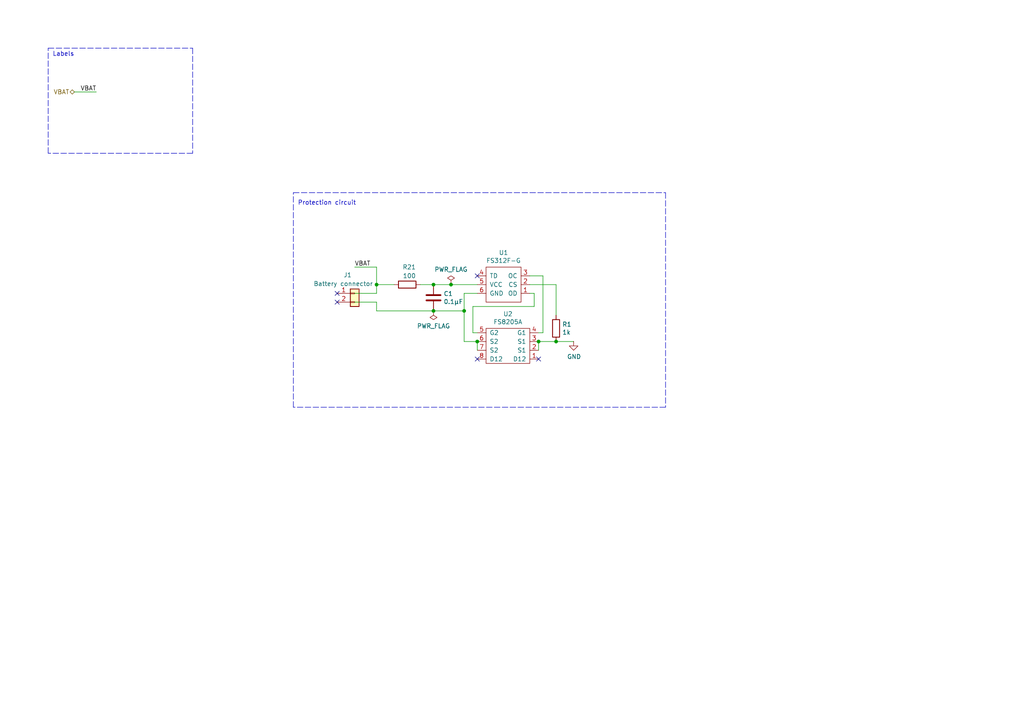
<source format=kicad_sch>
(kicad_sch (version 20250114) (generator "eeschema") (generator_version "9.0")
  (paper "A4")
  (title_block (title "SuperPower-uC") (date "2020-09-20") (rev "0.1") (comment 1 "Licence: CERN-OHL-W"))
  (lib_symbols
    (symbol "Connector_Generic:Conn_01x02" (pin_names (offset 1.016) (hide yes))
      (property "Reference" "J" (at 0 2.54 0))
      (property "Value" "Conn_01x02" (at 0 -5.08 0))
      (symbol "Conn_01x02_1_1"
        (rectangle (start -1.27 1.27) (end 1.27 -3.81) (stroke (width 0.254)) (fill (type background)))
        (rectangle (start -1.27 0.127) (end 0 -0.127) (stroke (width 0.1524)))
        (rectangle (start -1.27 -2.413) (end 0 -2.667) (stroke (width 0.1524)))
        (pin passive line (at -5.08 0 0) (length 3.81) (name "Pin_1") (number "1"))
        (pin passive line (at -5.08 -2.54 0) (length 3.81) (name "Pin_2") (number "2"))
      )
    )
    (symbol "Device:C" (pin_numbers (hide yes)) (pin_names (offset 0.254))
      (property "Reference" "C" (at 0.635 2.54 0))
      (property "Value" "C" (at 0.635 -2.54 0))
      (symbol "C_0_1"
        (polyline (pts (xy -2.032 0.762) (xy 2.032 0.762)) (stroke (width 0.508)))
        (polyline (pts (xy -2.032 -0.762) (xy 2.032 -0.762)) (stroke (width 0.508)))
      )
      (symbol "C_1_1"
        (pin passive line (at 0 3.81 270) (length 2.794) (name "~") (number "1"))
        (pin passive line (at 0 -3.81 90) (length 2.794) (name "~") (number "2"))
      )
    )
    (symbol "Device:R" (pin_numbers (hide yes)) (pin_names (offset 0))
      (property "Reference" "R" (at 2.032 0 90))
      (property "Value" "R" (at 0 0 90))
      (symbol "R_0_1"
        (rectangle (start -1.016 -2.54) (end 1.016 2.54) (stroke (width 0.254)))
      )
      (symbol "R_1_1"
        (pin passive line (at 0 3.81 270) (length 1.27) (name "~") (number "1"))
        (pin passive line (at 0 -3.81 90) (length 1.27) (name "~") (number "2"))
      )
    )
    (symbol "FS312F-G:FS312F-G" (pin_names (offset 1.016))
      (property "Reference" "U" (at 0 -6.35 0))
      (property "Value" "FS312F-G" (at 0 3.81 0))
      (symbol "FS312F-G_0_0"
        (pin output line (at -7.62 0 0) (length 2.54) (name "OD") (number "1"))
        (pin input line (at -7.62 -2.54 0) (length 2.54) (name "CS") (number "2"))
        (pin output line (at -7.62 -5.08 0) (length 2.54) (name "OC") (number "3"))
        (pin power_in line (at 7.62 0 180) (length 2.54) (name "GND") (number "6"))
        (pin power_in line (at 7.62 -2.54 180) (length 2.54) (name "VCC") (number "5"))
        (pin input line (at 7.62 -5.08 180) (length 2.54) (name "TD") (number "4"))
      )
      (symbol "FS312F-G_0_1"
        (rectangle (start -5.08 2.54) (end 5.08 -7.62))
      )
    )
    (symbol "FS8205A:FS8205A" (pin_names (offset 1.016))
      (property "Reference" "U" (at 0 -1.27 0))
      (property "Value" "FS8205A" (at 0 5.08 0))
      (symbol "FS8205A_0_0"
        (pin unspecified line (at -8.89 2.54 0) (length 2.54) (name "D12") (number "1"))
        (pin passive line (at -8.89 0 0) (length 2.54) (name "S1") (number "2"))
        (pin passive line (at -8.89 -2.54 0) (length 2.54) (name "S1") (number "3"))
        (pin input line (at -8.89 -5.08 0) (length 2.54) (name "G1") (number "4"))
        (pin unspecified line (at 8.89 2.54 180) (length 2.54) (name "D12") (number "8"))
        (pin passive line (at 8.89 0 180) (length 2.54) (name "S2") (number "7"))
        (pin passive line (at 8.89 -2.54 180) (length 2.54) (name "S2") (number "6"))
        (pin input line (at 8.89 -5.08 180) (length 2.54) (name "G2") (number "5"))
      )
      (symbol "FS8205A_0_1"
        (rectangle (start 6.35 3.81) (end -6.35 -6.35))
      )
    )
    (symbol "power:GND" (power) (pin_numbers (hide yes)) (pin_names (offset 0) (hide yes))
      (property "Value" "GND" (at 0 -3.81 0))
      (symbol "GND_0_1"
        (polyline (pts (xy 0 0) (xy 0 -1.27) (xy 1.27 -1.27) (xy 0 -2.54) (xy -1.27 -1.27) (xy 0 -1.27)))
      )
      (symbol "GND_1_1"
        (pin power_in line (at 0 0 270) (length 0) (name "~") (number "1"))
      )
    )
    (symbol "power:PWR_FLAG" (power) (pin_numbers (hide yes)) (pin_names (offset 0) (hide yes))
      (property "Value" "PWR_FLAG" (at 0 3.81 0))
      (symbol "PWR_FLAG_0_0"
        (pin power_out line (at 0 0 90) (length 0) (name "~") (number "1"))
      )
      (symbol "PWR_FLAG_0_1"
        (polyline (pts (xy 0 0) (xy 0 1.27) (xy -1.016 1.905) (xy 0 2.54) (xy 1.016 1.905) (xy 0 1.27)))
      )
    )
  )
  (text "Protection circuit" (at 86.36 59.69 0) (effects (font (size 1.27 1.27)) (justify left bottom)))
  (text "Labels\n" (at 15.24 16.51 0) (effects (font (size 1.27 1.27)) (justify left bottom)))
  (junction (at 138.43 99.06))
  (junction (at 109.22 82.55))
  (junction (at 125.73 90.17))
  (junction (at 125.73 82.55))
  (junction (at 156.21 99.06))
  (junction (at 130.81 82.55))
  (junction (at 161.29 99.06))
  (junction (at 134.62 90.17))
  (no_connect (at 156.21 104.14))
  (no_connect (at 138.43 104.14))
  (no_connect (at 97.79 87.63))
  (no_connect (at 97.79 85.09))
  (no_connect (at 138.43 80.01))
  (polyline (pts (xy 193.04 55.88) (xy 193.04 118.11)) (stroke (width 0) (type dash)))
  (wire (pts (xy 157.48 96.52) (xy 156.21 96.52)))
  (wire (pts (xy 102.87 77.47) (xy 109.22 77.47)))
  (wire (pts (xy 109.22 82.55) (xy 109.22 85.09)))
  (wire (pts (xy 134.62 90.17) (xy 125.73 90.17)))
  (wire (pts (xy 137.16 96.52) (xy 137.16 88.9)))
  (polyline (pts (xy 13.97 13.97) (xy 55.88 13.97)) (stroke (width 0) (type dash)))
  (wire (pts (xy 154.94 88.9) (xy 154.94 85.09)))
  (wire (pts (xy 161.29 99.06) (xy 156.21 99.06)))
  (wire (pts (xy 134.62 85.09) (xy 138.43 85.09)))
  (polyline (pts (xy 55.88 13.97) (xy 55.88 44.45)) (stroke (width 0) (type dash)))
  (wire (pts (xy 138.43 99.06) (xy 134.62 99.06)))
  (wire (pts (xy 27.94 26.67) (xy 21.59 26.67)))
  (wire (pts (xy 114.3 82.55) (xy 109.22 82.55)))
  (polyline (pts (xy 85.09 118.11) (xy 85.09 55.88)) (stroke (width 0) (type dash)))
  (wire (pts (xy 130.81 82.55) (xy 125.73 82.55)))
  (wire (pts (xy 134.62 90.17) (xy 134.62 85.09)))
  (wire (pts (xy 125.73 90.17) (xy 109.22 90.17)))
  (wire (pts (xy 138.43 82.55) (xy 130.81 82.55)))
  (wire (pts (xy 161.29 82.55) (xy 153.67 82.55)))
  (wire (pts (xy 138.43 96.52) (xy 137.16 96.52)))
  (wire (pts (xy 138.43 101.6) (xy 138.43 99.06)))
  (wire (pts (xy 161.29 91.44) (xy 161.29 82.55)))
  (wire (pts (xy 166.37 99.06) (xy 161.29 99.06)))
  (wire (pts (xy 154.94 85.09) (xy 153.67 85.09)))
  (wire (pts (xy 134.62 90.17) (xy 134.62 99.06)))
  (wire (pts (xy 137.16 88.9) (xy 154.94 88.9)))
  (wire (pts (xy 109.22 85.09) (xy 102.87 85.09)))
  (wire (pts (xy 109.22 87.63) (xy 109.22 90.17)))
  (polyline (pts (xy 13.97 44.45) (xy 13.97 13.97)) (stroke (width 0) (type dash)))
  (polyline (pts (xy 55.88 44.45) (xy 13.97 44.45)) (stroke (width 0) (type dash)))
  (polyline (pts (xy 193.04 118.11) (xy 85.09 118.11)) (stroke (width 0) (type dash)))
  (wire (pts (xy 109.22 77.47) (xy 109.22 82.55)))
  (wire (pts (xy 121.92 82.55) (xy 125.73 82.55)))
  (wire (pts (xy 156.21 101.6) (xy 156.21 99.06)))
  (polyline (pts (xy 85.09 55.88) (xy 193.04 55.88)) (stroke (width 0) (type dash)))
  (wire (pts (xy 157.48 80.01) (xy 157.48 96.52)))
  (wire (pts (xy 153.67 80.01) (xy 157.48 80.01)))
  (wire (pts (xy 102.87 87.63) (xy 109.22 87.63)))
  (label "VBAT" (at 102.87 77.47 0))
  (label "VBAT" (at 27.94 26.67 180))
  (hierarchical_label "VBAT" (shape bidirectional) (at 21.59 26.67 180))
  (symbol (lib_id "FS312F-G:FS312F-G") (at 146.05 85.09 180) (unit 1)
    (property "Reference" "U1" (at 146.05 73.279 0))
    (property "Value" "FS312F-G" (at 146.05 75.5904 0))
    (property "Footprint" "Package_TO_SOT_SMD:SOT-23-6_Handsoldering" (effects (hide yes)))
    (property "Datasheet" "https://www.ic-fortune.com/upload/Download/FS312F-G-DS-12_EN.pdf" (effects (hide yes)))
    (property "LCSC" "C82736" (effects (hide yes)))
  )
  (symbol (lib_id "FS8205A:FS8205A") (at 147.32 101.6 180) (unit 1)
    (property "Reference" "U2" (at 147.32 91.059 0))
    (property "Value" "FS8205A" (at 147.32 93.3704 0))
    (property "Footprint" "Package_SO:TSSOP-8_4.4x3mm_P0.65mm" (effects (hide yes)))
    (property "Datasheet" "https://www.ic-fortune.com/upload/Download/FS8205A-DS-12_EN.pdf" (effects (hide yes)))
    (property "LCSC" "C16052" (effects (hide yes)))
  )
  (symbol (lib_id "Device:R") (at 161.29 95.25 0) (unit 1)
    (property "Reference" "R1" (at 163.068 94.0816 0) (effects (justify left)))
    (property "Value" "1k" (at 163.068 96.393 0) (effects (justify left)))
    (property "Footprint" "Resistor_SMD:R_0603_1608Metric_Pad0.98x0.95mm_HandSolder" (effects (hide yes)))
    (property "LCSC" "C21190" (effects (hide yes)))
  )
  (symbol (lib_id "Device:C") (at 125.73 86.36 0) (unit 1)
    (property "Reference" "C1" (at 128.651 85.1916 0) (effects (justify left)))
    (property "Value" "0.1µF" (at 128.651 87.503 0) (effects (justify left)))
    (property "Footprint" "Capacitor_SMD:C_0603_1608Metric_Pad1.08x0.95mm_HandSolder" (effects (hide yes)))
    (property "LCSC" "C14858" (effects (hide yes)))
  )
  (symbol (lib_id "power:GND") (at 166.37 99.06 0) (unit 1)
    (property "Reference" "#PWR0101" (effects (hide yes)))
    (property "Value" "GND" (at 166.497 103.4542 0))
  )
  (symbol (lib_id "Connector_Generic:Conn_01x02") (at 102.87 85.09 0) (unit 1)
    (property "Reference" "J1" (at 100.838 79.756 0))
    (property "Value" "Battery connector" (at 99.568 82.296 0))
    (property "Footprint" "Connector_JST:JST_EH_S2B-EH_1x02_P2.50mm_Horizontal" (effects (hide yes)))
    (property "Description" "Generic connector, single row, 01x02, script generated (kicad-library-utils/schlib/autogen/connector/)" (effects (hide yes)))
    (property "LCSC" "C157931" (effects (hide yes)))
  )
  (symbol (lib_id "power:PWR_FLAG") (at 125.73 90.17 180) (unit 1)
    (property "Reference" "#FLG0102" (effects (hide yes)))
    (property "Value" "PWR_FLAG" (at 125.73 94.5642 0))
  )
  (symbol (lib_id "Device:R") (at 118.11 82.55 90) (unit 1)
    (property "Reference" "R21" (at 120.65 77.47 90) (effects (justify left)))
    (property "Value" "100" (at 120.65 80.01 90) (effects (justify left)))
    (property "Footprint" "Resistor_SMD:R_0603_1608Metric_Pad0.98x0.95mm_HandSolder" (effects (hide yes)))
    (property "LCSC" "C22775" (effects (hide yes)))
  )
  (symbol (lib_id "power:PWR_FLAG") (at 130.81 82.55 0) (unit 1)
    (property "Reference" "#FLG0101" (effects (hide yes)))
    (property "Value" "PWR_FLAG" (at 130.81 78.1558 0))
  )
)
</source>
